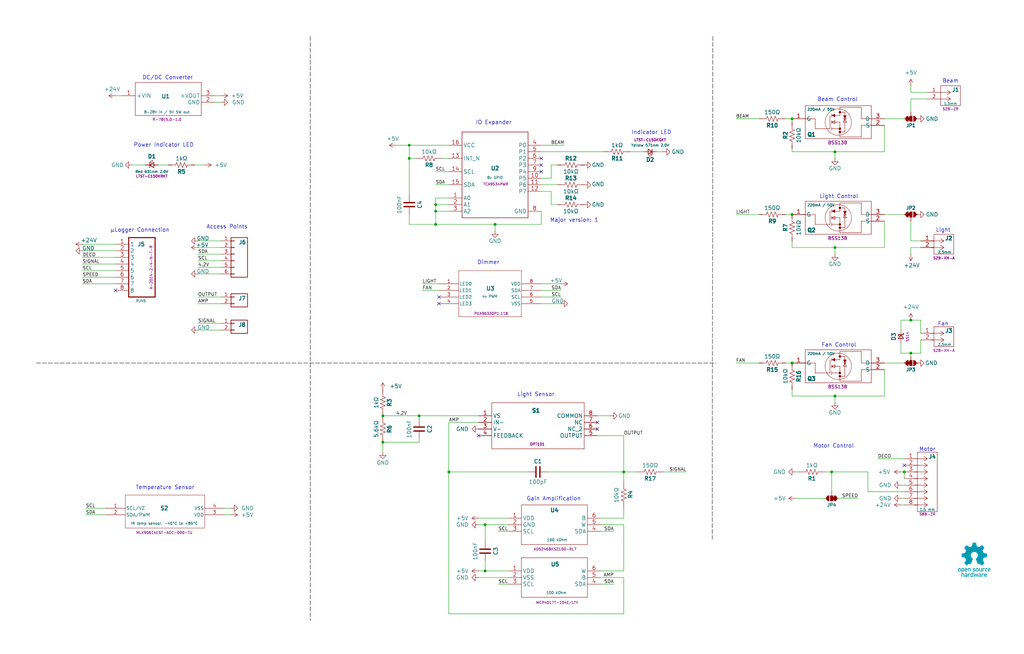
<source format=kicad_sch>
(kicad_sch (version 20250114) (generator "eeschema") (generator_version "9.0")
  (paper "User" 394.056 251.612)
  (title_block (title "${PROJ_TITLE}") (date "2025-11-22") (rev "${PROJ_REV}") (comment 1 "https://creativecommons.org/licenses/by-sa/4.0/") (comment 2 "Released under the Creative Commons Share-Alike 4.0 License") (comment 3 "Designed by ${PROJ_AUTHOR}"))
  (text "Light Sensor" (at 206.248 151.892 0) (effects (font (size 1.5 1.5))))
  (text "Fan Control" (at 322.834 132.842 0) (effects (font (size 1.5 1.5))))
  (text "Gain Amplification" (at 213.106 192.024 0) (effects (font (size 1.5 1.5))))
  (text "IO Expander" (at 189.992 47.244 0) (effects (font (size 1.5 1.5))))
  (text "Motor Control" (at 320.802 171.704 0) (effects (font (size 1.5 1.5))))
  (text "Light Control" (at 322.834 75.692 0) (effects (font (size 1.5 1.5))))
  (text "Light" (at 362.966 88.646 0) (effects (font (size 1.5 1.5))))
  (text "Access Points" (at 87.376 87.376 0) (effects (font (size 1.5 1.5))))
  (text "Dimmer" (at 187.96 101.092 0) (effects (font (size 1.5 1.5))))
  (text "Fan" (at 362.966 124.714 0) (effects (font (size 1.5 1.5))))
  (text "DC/DC Converter" (at 64.516 29.972 0) (effects (font (size 1.5 1.5))))
  (text "Beam Control" (at 322.326 38.354 0) (effects (font (size 1.5 1.5))))
  (text "Motor" (at 356.87 172.974 0) (effects (font (size 1.5 1.5))))
  (text "Temperature Sensor" (at 63.5 187.706 0) (effects (font (size 1.5 1.5))))
  (text "Indicator LED" (at 250.698 51.054 0) (effects (font (size 1.5 1.5))))
  (text "µLogger Connection" (at 53.848 88.646 0) (effects (font (size 1.5 1.5))))
  (text "Power Indicator LED" (at 62.992 55.88 0) (effects (font (size 1.5 1.5))))
  (text "Beam" (at 365.76 31.242 0) (effects (font (size 1.5 1.5))))
  (text "Major version: 1" (at 220.98 84.836 0) (effects (font (size 1.5 1.5))))
  (junction (at 347.98 181.61))
  (junction (at 172.72 181.61))
  (junction (at 350.52 135.89))
  (junction (at 321.31 95.25))
  (junction (at 161.29 160.02))
  (junction (at 167.64 81.28))
  (junction (at 157.48 55.88))
  (junction (at 320.04 181.61))
  (junction (at 147.32 170.18))
  (junction (at 157.48 60.96))
  (junction (at 186.69 201.93))
  (junction (at 190.5 86.36))
  (junction (at 240.03 181.61))
  (junction (at 186.69 219.71))
  (junction (at 321.31 58.42))
  (junction (at 304.8 139.7))
  (junction (at 304.8 45.72))
  (junction (at 304.8 82.55))
  (junction (at 321.31 152.4))
  (junction (at 167.64 86.36))
  (junction (at 167.64 78.74))
  (junction (at 147.32 160.02))
  (junction (at 350.52 123.19))
  (no_connect (at 347.98 179.07))
  (no_connect (at 44.45 111.76))
  (no_connect (at 184.15 167.64))
  (no_connect (at 168.91 116.84))
  (no_connect (at 229.87 165.1))
  (no_connect (at 208.28 66.04))
  (no_connect (at 229.87 162.56))
  (no_connect (at 168.91 114.3))
  (no_connect (at 208.28 63.5))
  (no_connect (at 208.28 60.96))
  (wire (pts (xy 44.45 109.22) (xy 31.75 109.22)) (stroke (width 0.1524)))
  (wire (pts (xy 350.52 95.25) (xy 350.52 97.79)) (stroke (width 0.1524)))
  (wire (pts (xy 208.28 68.58) (xy 212.09 68.58)))
  (wire (pts (xy 76.2 116.84) (xy 85.09 116.84)))
  (wire (pts (xy 184.15 222.25) (xy 195.58 222.25)))
  (wire (pts (xy 304.8 58.42) (xy 304.8 57.15)) (stroke (width 0.1524)))
  (wire (pts (xy 162.56 109.22) (xy 168.91 109.22)))
  (wire (pts (xy 172.72 181.61) (xy 203.2 181.61)))
  (wire (pts (xy 346.71 191.77) (xy 347.98 191.77)))
  (polyline (pts (xy 119.38 13.97) (xy 119.38 238.76)) (stroke (width 0) (type dash) (color 0 0 0 1)))
  (wire (pts (xy 231.14 201.93) (xy 240.03 201.93)))
  (wire (pts (xy 184.15 162.56) (xy 172.72 162.56)) (stroke (width 0.1524)))
  (wire (pts (xy 167.64 78.74) (xy 167.64 76.2)) (stroke (width 0.1524)))
  (wire (pts (xy 76.2 105.41) (xy 85.09 105.41)))
  (wire (pts (xy 208.28 114.3) (xy 215.9 114.3)))
  (wire (pts (xy 240.03 219.71) (xy 240.03 201.93)))
  (wire (pts (xy 304.8 58.42) (xy 321.31 58.42)) (stroke (width 0.1524)))
  (wire (pts (xy 304.8 45.72) (xy 304.8 46.99)))
  (wire (pts (xy 321.31 152.4) (xy 321.31 154.94)) (stroke (width 0.1524)))
  (wire (pts (xy 212.09 78.74) (xy 212.09 73.66)))
  (wire (pts (xy 350.52 135.89) (xy 354.33 135.89)))
  (wire (pts (xy 208.28 73.66) (xy 212.09 73.66)))
  (wire (pts (xy 292.1 82.55) (xy 283.21 82.55)) (stroke (width 0.1524)))
  (wire (pts (xy 304.8 92.71) (xy 304.8 95.25)) (stroke (width 0.1524)))
  (wire (pts (xy 190.5 88.9) (xy 190.5 86.36)) (stroke (width 0.1524)))
  (wire (pts (xy 347.98 184.15) (xy 347.98 181.61)) (stroke (width 0.1524)))
  (wire (pts (xy 208.28 86.36) (xy 208.28 81.28)) (stroke (width 0.1524)))
  (wire (pts (xy 214.63 78.74) (xy 212.09 78.74)))
  (wire (pts (xy 356.87 35.56) (xy 350.52 35.56)))
  (wire (pts (xy 321.31 95.25) (xy 321.31 97.79)) (stroke (width 0.1524)))
  (wire (pts (xy 340.36 48.26) (xy 340.36 58.42)) (stroke (width 0.1524)))
  (wire (pts (xy 184.15 219.71) (xy 186.69 219.71)))
  (wire (pts (xy 76.2 102.87) (xy 85.09 102.87)))
  (wire (pts (xy 347.98 139.7) (xy 340.36 139.7)) (stroke (width 0.1524)))
  (wire (pts (xy 210.82 181.61) (xy 240.03 181.61)))
  (wire (pts (xy 172.72 162.56) (xy 172.72 181.61)) (stroke (width 0.1524)))
  (wire (pts (xy 240.03 181.61) (xy 240.03 167.64)) (stroke (width 0.1524)))
  (wire (pts (xy 76.2 127) (xy 85.09 127)))
  (wire (pts (xy 186.69 201.93) (xy 186.69 208.28)))
  (wire (pts (xy 354.33 123.19) (xy 350.52 123.19)))
  (wire (pts (xy 170.18 60.96) (xy 172.72 60.96)) (stroke (width 0.1524)))
  (wire (pts (xy 302.26 82.55) (xy 304.8 82.55)))
  (wire (pts (xy 350.52 92.71) (xy 350.52 85.09)) (stroke (width 0.1524)))
  (wire (pts (xy 292.1 139.7) (xy 283.21 139.7)) (stroke (width 0.1524)))
  (polyline (pts (xy 193.04 139.7) (xy 275.59 139.7)) (stroke (width 0) (type dash) (color 0 0 0 1)))
  (wire (pts (xy 302.26 139.7) (xy 304.8 139.7)))
  (wire (pts (xy 85.09 36.83) (xy 82.55 36.83)) (stroke (width 0.1524)))
  (wire (pts (xy 321.31 95.25) (xy 340.36 95.25)) (stroke (width 0.1524)))
  (wire (pts (xy 347.98 82.55) (xy 340.36 82.55)) (stroke (width 0.1524)))
  (wire (pts (xy 82.55 39.37) (xy 85.09 39.37)) (stroke (width 0.1524)))
  (wire (pts (xy 347.98 45.72) (xy 340.36 45.72)) (stroke (width 0.1524)))
  (wire (pts (xy 217.17 55.88) (xy 208.28 55.88)))
  (wire (pts (xy 44.45 106.68) (xy 31.75 106.68)) (stroke (width 0.1524)))
  (wire (pts (xy 321.31 58.42) (xy 321.31 60.96)) (stroke (width 0.1524)))
  (wire (pts (xy 157.48 86.36) (xy 157.48 82.55)) (stroke (width 0.1524)))
  (wire (pts (xy 255.27 181.61) (xy 264.16 181.61)))
  (wire (pts (xy 184.15 201.93) (xy 186.69 201.93)))
  (wire (pts (xy 231.14 204.47) (xy 236.22 204.47)))
  (wire (pts (xy 347.98 176.53) (xy 337.82 176.53)) (stroke (width 0.1524)))
  (wire (pts (xy 161.29 161.29) (xy 161.29 160.02)))
  (wire (pts (xy 347.98 189.23) (xy 334.01 189.23)))
  (wire (pts (xy 40.64 195.58) (xy 33.02 195.58)) (stroke (width 0.1524)))
  (wire (pts (xy 157.48 55.88) (xy 172.72 55.88)) (stroke (width 0.1524)))
  (wire (pts (xy 44.45 104.14) (xy 31.75 104.14)) (stroke (width 0.1524)))
  (wire (pts (xy 240.03 236.22) (xy 240.03 222.25)) (stroke (width 0.1524)))
  (wire (pts (xy 44.45 93.98) (xy 31.75 93.98)) (stroke (width 0.1524)))
  (wire (pts (xy 240.03 195.58) (xy 240.03 199.39)))
  (wire (pts (xy 350.52 35.56) (xy 350.52 33.02)))
  (wire (pts (xy 346.71 181.61) (xy 347.98 181.61)) (stroke (width 0.1524)))
  (wire (pts (xy 302.26 45.72) (xy 304.8 45.72)))
  (wire (pts (xy 340.36 152.4) (xy 340.36 142.24)) (stroke (width 0.1524)))
  (wire (pts (xy 76.2 97.79) (xy 85.09 97.79)))
  (wire (pts (xy 306.07 191.77) (xy 317.5 191.77)))
  (wire (pts (xy 191.77 224.79) (xy 195.58 224.79)))
  (wire (pts (xy 306.07 181.61) (xy 307.34 181.61)) (stroke (width 0.1524)))
  (wire (pts (xy 208.28 71.12) (xy 214.63 71.12)))
  (wire (pts (xy 320.04 181.61) (xy 317.5 181.61)) (stroke (width 0.1524)))
  (wire (pts (xy 172.72 66.04) (xy 167.64 66.04)) (stroke (width 0.1524)))
  (wire (pts (xy 147.32 160.02) (xy 161.29 160.02)) (stroke (width 0.1524)))
  (wire (pts (xy 350.52 92.71) (xy 354.33 92.71)) (stroke (width 0.1524)))
  (wire (pts (xy 44.45 99.06) (xy 31.75 99.06)) (stroke (width 0.1524)))
  (wire (pts (xy 350.52 38.1) (xy 350.52 43.18)))
  (wire (pts (xy 320.04 181.61) (xy 320.04 189.23)))
  (wire (pts (xy 157.48 60.96) (xy 157.48 74.93)))
  (wire (pts (xy 346.71 127) (xy 346.71 123.19)))
  (wire (pts (xy 172.72 236.22) (xy 240.03 236.22)) (stroke (width 0.1524)))
  (wire (pts (xy 161.29 170.18) (xy 161.29 168.91)) (stroke (width 0.1524)))
  (wire (pts (xy 86.36 198.12) (xy 88.9 198.12)) (stroke (width 0.1524)))
  (wire (pts (xy 167.64 81.28) (xy 167.64 78.74)) (stroke (width 0.1524)))
  (wire (pts (xy 231.14 199.39) (xy 240.03 199.39)))
  (wire (pts (xy 340.36 95.25) (xy 340.36 85.09)) (stroke (width 0.1524)))
  (wire (pts (xy 186.69 215.9) (xy 186.69 219.71)))
  (wire (pts (xy 215.9 109.22) (xy 208.28 109.22)))
  (wire (pts (xy 172.72 78.74) (xy 167.64 78.74)) (stroke (width 0.1524)))
  (wire (pts (xy 231.14 219.71) (xy 240.03 219.71)))
  (wire (pts (xy 186.69 219.71) (xy 195.58 219.71)))
  (wire (pts (xy 184.15 199.39) (xy 195.58 199.39)))
  (wire (pts (xy 44.45 96.52) (xy 31.75 96.52)) (stroke (width 0.1524)))
  (wire (pts (xy 76.2 124.46) (xy 85.09 124.46)))
  (wire (pts (xy 231.14 222.25) (xy 236.22 222.25)))
  (wire (pts (xy 215.9 116.84) (xy 208.28 116.84)))
  (wire (pts (xy 346.71 194.31) (xy 347.98 194.31)))
  (wire (pts (xy 350.52 137.16) (xy 350.52 135.89)))
  (wire (pts (xy 321.31 152.4) (xy 340.36 152.4)) (stroke (width 0.1524)))
  (wire (pts (xy 167.64 86.36) (xy 167.64 81.28)) (stroke (width 0.1524)))
  (wire (pts (xy 60.96 63.5) (xy 64.77 63.5)))
  (wire (pts (xy 190.5 86.36) (xy 208.28 86.36)) (stroke (width 0.1524)))
  (wire (pts (xy 147.32 170.18) (xy 147.32 173.99)))
  (wire (pts (xy 86.36 195.58) (xy 88.9 195.58)) (stroke (width 0.1524)))
  (wire (pts (xy 255.27 58.42) (xy 252.73 58.42)))
  (wire (pts (xy 304.8 152.4) (xy 321.31 152.4)) (stroke (width 0.1524)))
  (wire (pts (xy 212.09 63.5) (xy 214.63 63.5)))
  (wire (pts (xy 322.58 191.77) (xy 330.2 191.77)))
  (wire (pts (xy 354.33 128.27) (xy 354.33 123.19)))
  (wire (pts (xy 40.64 198.12) (xy 33.02 198.12)) (stroke (width 0.1524)))
  (wire (pts (xy 172.72 71.12) (xy 167.64 71.12)) (stroke (width 0.1524)))
  (wire (pts (xy 167.64 76.2) (xy 172.72 76.2)) (stroke (width 0.1524)))
  (polyline (pts (xy 13.97 139.7) (xy 193.04 139.7)) (stroke (width 0) (type dash) (color 0 0 0 1)))
  (wire (pts (xy 160.02 60.96) (xy 157.48 60.96)) (stroke (width 0.1524)))
  (wire (pts (xy 55.88 63.5) (xy 50.8 63.5)) (stroke (width 0.1524)))
  (wire (pts (xy 232.41 58.42) (xy 208.28 58.42)))
  (wire (pts (xy 240.03 181.61) (xy 245.11 181.61)))
  (wire (pts (xy 242.57 58.42) (xy 247.65 58.42)))
  (wire (pts (xy 346.71 186.69) (xy 347.98 186.69)))
  (wire (pts (xy 172.72 81.28) (xy 167.64 81.28)) (stroke (width 0.1524)))
  (wire (pts (xy 172.72 181.61) (xy 172.72 236.22)) (stroke (width 0.1524)))
  (wire (pts (xy 350.52 95.25) (xy 354.33 95.25)) (stroke (width 0.1524)))
  (wire (pts (xy 320.04 181.61) (xy 334.01 181.61)))
  (wire (pts (xy 208.28 111.76) (xy 215.9 111.76)))
  (wire (pts (xy 76.2 114.3) (xy 85.09 114.3)))
  (wire (pts (xy 190.5 86.36) (xy 167.64 86.36)) (stroke (width 0.1524)))
  (wire (pts (xy 334.01 189.23) (xy 334.01 181.61)))
  (wire (pts (xy 76.2 92.71) (xy 85.09 92.71)))
  (wire (pts (xy 74.93 63.5) (xy 78.74 63.5)) (stroke (width 0.1524)))
  (wire (pts (xy 321.31 58.42) (xy 340.36 58.42)) (stroke (width 0.1524)))
  (wire (pts (xy 157.48 55.88) (xy 157.48 60.96)) (stroke (width 0.1524)))
  (wire (pts (xy 354.33 135.89) (xy 354.33 130.81)))
  (wire (pts (xy 346.71 123.19) (xy 350.52 123.19)))
  (wire (pts (xy 292.1 45.72) (xy 283.21 45.72)) (stroke (width 0.1524)))
  (wire (pts (xy 229.87 160.02) (xy 234.95 160.02)) (stroke (width 0.1524)))
  (polyline (pts (xy 274.32 13.97) (xy 274.077 207.4913)) (stroke (width 0) (type dash) (color 0 0 0 1)))
  (wire (pts (xy 167.64 86.36) (xy 157.48 86.36)) (stroke (width 0.1524)))
  (wire (pts (xy 157.48 55.88) (xy 152.4 55.88)) (stroke (width 0.1524)))
  (wire (pts (xy 44.45 36.83) (xy 46.99 36.83)) (stroke (width 0.1524)))
  (wire (pts (xy 231.14 224.79) (xy 236.22 224.79)))
  (wire (pts (xy 304.8 149.86) (xy 304.8 152.4)) (stroke (width 0.1524)))
  (wire (pts (xy 191.77 204.47) (xy 195.58 204.47)))
  (wire (pts (xy 162.56 111.76) (xy 168.91 111.76)))
  (wire (pts (xy 76.2 100.33) (xy 85.09 100.33)))
  (wire (pts (xy 44.45 101.6) (xy 31.75 101.6)) (stroke (width 0.1524)))
  (wire (pts (xy 346.71 132.08) (xy 346.71 135.89)))
  (wire (pts (xy 147.32 170.18) (xy 161.29 170.18)))
  (wire (pts (xy 346.71 135.89) (xy 350.52 135.89)))
  (wire (pts (xy 212.09 68.58) (xy 212.09 63.5)))
  (wire (pts (xy 186.69 201.93) (xy 195.58 201.93)))
  (wire (pts (xy 229.87 167.64) (xy 240.03 167.64)))
  (wire (pts (xy 76.2 95.25) (xy 85.09 95.25)))
  (wire (pts (xy 350.52 38.1) (xy 356.87 38.1)))
  (wire (pts (xy 304.8 95.25) (xy 321.31 95.25)) (stroke (width 0.1524)))
  (wire (pts (xy 161.29 160.02) (xy 184.15 160.02)) (stroke (width 0.1524)))
  (wire (pts (xy 236.22 222.25) (xy 240.03 222.25)) (stroke (width 0.1524)))
  (wire (pts (xy 240.03 185.42) (xy 240.03 181.61)) (stroke (width 0.1524)))
  (image (at 374.9462 215.4224) (scale 0.05))
  (label "SDA" (at 236.22 224.79 180))
  (label "LIGHT" (at 283.21 82.55 0) (effects (font (size 1.2446 1.2446))))
  (label "BEAM" (at 217.17 55.88 180))
  (label "FAN" (at 162.56 111.76 0))
  (label "SIGNAL" (at 76.2 124.46 0))
  (label "SDA" (at 76.2 97.79 0))
  (label "OUTPUT" (at 76.2 114.3 0))
  (label "SPEED" (at 330.2 191.77 180))
  (label "LIGHT" (at 162.56 109.22 0))
  (label "DECO" (at 31.75 99.06 0) (effects (font (size 1.2446 1.2446))))
  (label "FAN" (at 283.21 139.7 0) (effects (font (size 1.2446 1.2446))))
  (label "SIGNAL" (at 31.75 101.6 0) (effects (font (size 1.2446 1.2446))))
  (label "SDA" (at 31.75 109.22 0) (effects (font (size 1.2446 1.2446))))
  (label "4.2V" (at 76.2 102.87 0))
  (label "SCL" (at 191.77 224.79 0))
  (label "AMP" (at 236.22 222.25 180))
  (label "BEAM" (at 283.21 45.72 0) (effects (font (size 1.2446 1.2446))))
  (label "SIGNAL" (at 264.16 181.61 180) (effects (font (size 1.2446 1.2446))))
  (label "DECO" (at 337.82 176.53 0) (effects (font (size 1.2446 1.2446))))
  (label "AMP" (at 76.2 116.84 0))
  (label "SCL" (at 76.2 100.33 0))
  (label "SCL" (at 167.64 66.04 0) (effects (font (size 1.2446 1.2446))))
  (label "SDA" (at 167.64 71.12 0) (effects (font (size 1.2446 1.2446))))
  (label "SCL" (at 33.02 195.58 0) (effects (font (size 1.2446 1.2446))))
  (label "SCL" (at 215.9 114.3 180))
  (label "SCL" (at 31.75 104.14 0) (effects (font (size 1.2446 1.2446))))
  (label "SDA" (at 236.22 204.47 180))
  (label "OUTPUT" (at 240.03 167.64 0))
  (label "SDA" (at 33.02 198.12 0) (effects (font (size 1.2446 1.2446))))
  (label "AMP" (at 172.72 162.56 0) (effects (font (size 1.2446 1.2446))))
  (label "4.2V" (at 152.4 160.02 0) (effects (font (size 1.2446 1.2446))))
  (label "SDA" (at 215.9 111.76 180))
  (label "SPEED" (at 31.75 106.68 0) (effects (font (size 1.2446 1.2446))))
  (label "SCL" (at 191.77 204.47 0))
  (symbol (lib_id "symbols:GND") (at 346.71 186.69 270) (unit 1)
    (property "Reference" "#PWR24" (effects (hide yes)))
    (property "Value" "GND" (at 340.614 186.69 90) (effects (font (size 1.5 1.5))))
    (property "Description" "Power symbol creates a global label with name \"GND\" , ground" (effects (hide yes)))
  )
  (symbol (lib_id "symbols:GND") (at 147.32 173.99 0) (unit 1)
    (property "Reference" "#PWR10" (effects (hide yes)))
    (property "Value" "GND" (at 147.32 178.054 0) (effects (font (size 1.5 1.5))))
    (property "Description" "Power symbol creates a global label with name \"GND\" , ground" (effects (hide yes)))
  )
  (symbol (lib_id "symbols:R_US_0603") (at 297.18 82.55 0) (unit 1)
    (property "Reference" "R9" (at 297.18 85.09 0) (effects (font (size 1.5 1.5) (thickness 0.3) (bold yes))))
    (property "Value" "150Ω" (at 297.18 80.01 0) (effects (font (size 1.5 1.5))))
    (property "Footprint" "footprints:R_0603" (effects (hide yes)))
    (property "Description" "Resistor, US symbol" (effects (hide yes)))
  )
  (symbol (lib_id "symbols:+5V") (at 76.2 95.25 90) (unit 1)
    (property "Reference" "#PWR042" (effects (hide yes)))
    (property "Value" "+5V" (at 80.264 94.234 90) (effects (font (size 1.5 1.5)) (justify left)))
    (property "Description" "Power symbol creates a global label with name \"+5V\"" (effects (hide yes)))
  )
  (symbol (lib_id "symbols:C_0603") (at 207.01 181.61 180) (unit 1)
    (property "Reference" "C1" (at 207.01 177.546 0) (effects (font (size 1.5 1.5) (thickness 0.254) (bold yes))))
    (property "Value" "100pF" (at 207.01 185.42 0) (effects (font (size 1.5 1.5))))
    (property "Footprint" "footprints:C_0603" (effects (hide yes)))
    (property "Description" "Unpolarized capacitor" (effects (hide yes)))
    (property "JLCPCB" "C14858" (effects (hide yes)))
    (property "JLCPCBURL" "https://jlcpcb.com/partdetail/15530-CL10C101JB8NNNC/C14858" (effects (hide yes)))
  )
  (symbol (lib_id "symbols:+24V") (at 31.75 93.98 90) (unit 1)
    (property "Reference" "#PWR02" (effects (hide yes)))
    (property "Value" "+24V" (at 37.338 92.456 90) (effects (font (size 1.5 1.5)) (justify left)))
    (property "Description" "Power symbol creates a global label with name \"+24V\"" (effects (hide yes)))
  )
  (symbol (lib_id "symbols:R_US_0603") (at 304.8 87.63 270) (unit 1)
    (property "Reference" "R7" (at 302.26 87.63 0) (effects (font (size 1.5 1.5) (thickness 0.3) (bold yes))))
    (property "Value" "10kΩ" (at 307.34 87.63 0) (effects (font (size 1.5 1.5))))
    (property "Footprint" "footprints:R_0603" (effects (hide yes)))
    (property "Description" "Resistor, US symbol" (effects (hide yes)))
  )
  (symbol (lib_id "symbols:GND") (at 353.06 139.7 90) (unit 1)
    (property "Reference" "#PWR41" (effects (hide yes)))
    (property "Value" "GND" (at 358.394 139.7 90) (effects (font (size 1.5 1.5))))
    (property "Description" "Power symbol creates a global label with name \"GND\" , ground" (effects (hide yes)))
  )
  (symbol (lib_id "symbols:R_US_0603") (at 312.42 181.61 0) (unit 1)
    (property "Reference" "R1" (at 312.42 184.15 0) (effects (font (size 1.5 1.5) (thickness 0.3) (bold yes))))
    (property "Value" "1kΩ" (at 312.42 179.07 0) (effects (font (size 1.5 1.5))))
    (property "Footprint" "footprints:R_0603" (effects (hide yes)))
    (property "Description" "Resistor, US symbol" (effects (hide yes)))
  )
  (symbol (lib_id "symbols:GND") (at 353.06 82.55 90) (unit 1)
    (property "Reference" "#PWR19" (effects (hide yes)))
    (property "Value" "GND" (at 358.648 82.55 90) (effects (font (size 1.5 1.5))))
    (property "Description" "Power symbol creates a global label with name \"GND\" , ground" (effects (hide yes)))
  )
  (symbol (lib_id "symbols:JSX XH 2POS RA") (at 354.33 92.71 0) (unit 1)
    (property "Reference" "J2" (at 366.776 91.694 0) (effects (font (size 1.5 1.5) (thickness 0.3541) (bold yes)) (justify right)))
    (property "Value" "2.5mm" (at 363.474 97.028 0) (effects (font (size 1 1))))
    (property "Footprint" "footprints:JST_XH_2POS_RA" (effects (hide yes)))
    (property "Datasheet" "https://www.jst-mfg.com/product/pdf/eng/eXH.pdf" (effects (hide yes)))
    (property "Description" "Connector Header Through Hole, Right Angle 2 position 0.098\" (2.50mm)" (effects (hide yes)))
    (property "MPN" "S2B-XH-A" (at 363.22 99.314 0) (effects (font (size 1 1))))
    (property "DigiKey" "455-S2B-XH-A-ND" (effects (hide yes)))
    (property "DigiKeyURL" "https://www.digikey.com/en/products/detail/jst-sales-america-inc/S2B-XH-A/1651055" (effects (hide yes)))
  )
  (symbol (lib_id "symbols:GND") (at 88.9 195.58 90) (unit 1)
    (property "Reference" "#PWR4" (effects (hide yes)))
    (property "Value" "GND" (at 95.25 195.58 90) (effects (font (size 1.5 1.5))))
    (property "Description" "Power symbol creates a global label with name \"GND\" , ground" (effects (hide yes)))
  )
  (symbol (lib_id "symbols:GND") (at 321.31 60.96 0) (unit 1)
    (property "Reference" "#PWR20" (effects (hide yes)))
    (property "Value" "GND" (at 321.31 64.77 0) (effects (font (size 1.5 1.5))))
    (property "Description" "Power symbol creates a global label with name \"GND\" , ground" (effects (hide yes)))
  )
  (symbol (lib_id "symbols:JSX XH 2POS RA") (at 354.33 128.27 0) (unit 1)
    (property "Reference" "J3" (at 366.776 127.254 0) (effects (font (size 1.5 1.5) (thickness 0.3541) (bold yes)) (justify right)))
    (property "Value" "2.5mm" (at 363.474 132.588 0) (effects (font (size 1 1))))
    (property "Footprint" "footprints:JST_XH_2POS_RA" (effects (hide yes)))
    (property "Datasheet" "https://www.jst-mfg.com/product/pdf/eng/eXH.pdf" (effects (hide yes)))
    (property "Description" "Connector Header Through Hole, Right Angle 2 position 0.098\" (2.50mm)" (effects (hide yes)))
    (property "MPN" "S2B-XH-A" (at 363.22 134.874 0) (effects (font (size 1 1))))
    (property "DigiKey" "455-S2B-XH-A-ND" (effects (hide yes)))
    (property "DigiKeyURL" "https://www.digikey.com/en/products/detail/jst-sales-america-inc/S2B-XH-A/1651055" (effects (hide yes)))
  )
  (symbol (lib_id "symbols:+5V") (at 78.74 63.5 270) (unit 1)
    (property "Reference" "#PWR08" (effects (hide yes)))
    (property "Value" "+5V" (at 82.55 63.5 90) (effects (font (size 1.5 1.5)) (justify left)))
    (property "Description" "Power symbol creates a global label with name \"+5V\"" (effects (hide yes)))
  )
  (symbol (lib_id "symbols:PINHD-1X2") (at 90.17 119.38 0) (unit 1)
    (property "Reference" "J7" (at 94.742 114.808 0) (effects (font (size 1.5 1.5) (thickness 0.3) (bold yes)) (justify right)))
    (property "Value" "Conn_01x02" (effects (hide yes)))
    (property "Footprint" "footprints:PIN_HEADERS_1X02" (effects (hide yes)))
    (property "Description" "Basic 0.1\" PTH" (effects (hide yes)))
  )
  (symbol (lib_id "symbols:+5V") (at 306.07 191.77 90) (unit 1)
    (property "Reference" "#PWR015" (effects (hide yes)))
    (property "Value" "+5V" (at 299.974 191.77 90) (effects (font (size 1.5 1.5))))
    (property "Description" "Power symbol creates a global label with name \"+5V\"" (effects (hide yes)))
  )
  (symbol (lib_id "symbols:PINHD-1X2") (at 90.17 129.54 0) (unit 1)
    (property "Reference" "J8" (at 94.742 124.968 0) (effects (font (size 1.5 1.5) (thickness 0.3) (bold yes)) (justify right)))
    (property "Value" "Conn_01x02" (effects (hide yes)))
    (property "Footprint" "footprints:PIN_HEADERS_1X02" (effects (hide yes)))
    (property "Description" "Basic 0.1\" PTH" (effects (hide yes)))
  )
  (symbol (lib_id "symbols:+5V") (at 152.4 55.88 90) (unit 1)
    (property "Reference" "#PWR026" (effects (hide yes)))
    (property "Value" "+5V" (at 151.13 53.34 90) (effects (font (size 1.5 1.5))))
    (property "Description" "Power symbol creates a global label with name \"+5V\"" (effects (hide yes)))
  )
  (symbol (lib_id "symbols:R_US_0603") (at 240.03 190.5 90) (unit 1)
    (property "Reference" "R4" (at 242.57 190.246 0) (effects (font (size 1.5 1.5) (thickness 0.3) (bold yes))))
    (property "Value" "10kΩ" (at 237.236 190.5 0) (effects (font (size 1.5 1.5))))
    (property "Footprint" "footprints:R_1206" (effects (hide yes)))
    (property "Description" "Resistor, US symbol" (effects (hide yes)))
    (property "JLCPCB" "C17902" (effects (hide yes)))
    (property "JLCPCBURL" "https://jlcpcb.com/partdetail/18590-1206W4F1002T5E/C17902" (effects (hide yes)))
  )
  (symbol (lib_id "symbols:R_US_0603") (at 297.18 45.72 0) (unit 1)
    (property "Reference" "R10" (at 297.18 48.26 0) (effects (font (size 1.5 1.5) (thickness 0.3) (bold yes))))
    (property "Value" "150Ω" (at 297.18 43.18 0) (effects (font (size 1.5 1.5))))
    (property "Footprint" "footprints:R_0603" (effects (hide yes)))
    (property "Description" "Resistor, US symbol" (effects (hide yes)))
    (property "JLCPCB" "C400650" (effects (hide yes)))
    (property "JLCPCBURL" "https://jlcpcb.com/partdetail/PANASONIC-ERJ3EKF1500V/C400650" (effects (hide yes)))
  )
  (symbol (lib_id "symbols:C_0603") (at 157.48 78.74 90) (unit 1)
    (property "Reference" "C4" (at 161.544 78.74 0) (effects (font (size 1.5 1.5) (thickness 0.254) (bold yes))))
    (property "Value" "100nF" (at 153.67 78.74 0) (effects (font (size 1.5 1.5))))
    (property "Footprint" "footprints:C_0603" (effects (hide yes)))
    (property "Description" "Unpolarized capacitor" (effects (hide yes)))
    (property "JLCPCB" "C1591" (effects (hide yes)))
    (property "JLCPCBURL" "https://jlcpcb.com/partdetail/1943-CL10B104KB8NNNC/C1591" (effects (hide yes)))
  )
  (symbol (lib_id "symbols:GND") (at 346.71 191.77 270) (unit 1)
    (property "Reference" "#PWR23" (effects (hide yes)))
    (property "Value" "GND" (at 340.614 191.77 90) (effects (font (size 1.5 1.5))))
    (property "Description" "Power symbol creates a global label with name \"GND\" , ground" (effects (hide yes)))
  )
  (symbol (lib_id "symbols:GND") (at 184.15 165.1 270) (unit 1)
    (property "Reference" "#PWR044" (effects (hide yes)))
    (property "Value" "GND" (at 180.34 165.1 90) (effects (font (size 1.5 1.5)) (justify right)))
    (property "Description" "Power symbol creates a global label with name \"GND\" , ground" (effects (hide yes)))
  )
  (symbol (lib_id "symbols:+24V") (at 44.45 36.83 90) (unit 1)
    (property "Reference" "#PWR07" (effects (hide yes)))
    (property "Value" "+24V" (at 43.18 34.29 90) (effects (font (size 1.5 1.5))))
    (property "Description" "Power symbol creates a global label with name \"+24V\"" (effects (hide yes)))
  )
  (symbol (lib_id "symbols:RJ45_A-2014-2-4-N-T-R") (at 54.61 104.14 0) (unit 1)
    (property "Reference" "J5" (at 54.356 93.98 0) (effects (font (size 1.5 1.5) (thickness 0.3) (bold yes))))
    (property "Value" "RJ45" (at 52.324 116.332 0) (effects (font (size 1 1)) (justify left bottom)))
    (property "Footprint" "footprints:RJ45_A-2014-2-4-N-T-R" (effects (hide yes)))
    (property "Datasheet" "http://www.assmann-wsw.com/uploads/datasheets/ASS_7329_CO.pdf" (effects (hide yes)))
    (property "Description" "Jack Modular Connector 8p8c (RJ45, Ethernet) Vertical Unshielded" (effects (hide yes)))
    (property "MPN" "A-2014-2-4-N-T-R" (at 58.166 102.87 90) (effects (font (size 1 1))))
    (property "DigiKey" "AE10396-ND" (effects (hide yes)))
    (property "DigiKeyURL" "https://www.digikey.com/en/products/detail/assmann-wsw-components/A-2014-2-4-N-T-R/2183647" (effects (hide yes)))
  )
  (symbol (lib_id "symbols:+5V") (at 88.9 198.12 270) (unit 1)
    (property "Reference" "#PWR05" (effects (hide yes)))
    (property "Value" "+5V" (at 92.71 198.12 90) (effects (font (size 1.5 1.5)) (justify left)))
    (property "Description" "Power symbol creates a global label with name \"+5V\"" (effects (hide yes)))
  )
  (symbol (lib_id "symbols:JST ZH 2POS RA") (at 356.87 35.56 0) (unit 1)
    (property "Reference" "J1" (at 369.316 34.544 0) (effects (font (size 1.5 1.5) (thickness 0.3048) (bold yes)) (justify right)))
    (property "Value" "1.5mm" (at 365.76 39.878 0) (effects (font (size 1 1))))
    (property "Footprint" "footprints:JST_ZH_2POS_RA" (effects (hide yes)))
    (property "Datasheet" "https://www.jst-mfg.com/product/pdf/eng/eZH.pdf" (effects (hide yes)))
    (property "Description" "Connector Header Through Hole, Right Angle 2 position 0.059\" (1.50mm)" (effects (hide yes)))
    (property "DigiKey" "455-1669-ND" (effects (hide yes)))
    (property "DigiKeyURL" "https://www.digikey.com/en/products/detail/jst-sales-america-inc/S2B-ZR/926576" (effects (hide yes)))
    (property "MPN" "S2B-ZR" (at 365.76 41.91 0) (effects (font (size 1 1))))
  )
  (symbol (lib_id "symbols:GND") (at 234.95 160.02 90) (unit 1)
    (property "Reference" "#PWR6" (effects (hide yes)))
    (property "Value" "GND" (at 240.284 160.02 90) (effects (font (size 1.5 1.5))))
    (property "Description" "Power symbol creates a global label with name \"GND\" , ground" (effects (hide yes)))
  )
  (symbol (lib_id "symbols:R_US_0603") (at 165.1 60.96 0) (unit 1)
    (property "Reference" "R8" (at 165.1 63.5 0) (effects (font (size 1.5 1.5) (thickness 0.3) (bold yes))))
    (property "Value" "10kΩ" (at 165.1 58.42 0) (effects (font (size 1.5 1.5))))
    (property "Footprint" "footprints:R_0603" (effects (hide yes)))
    (property "Description" "Resistor, US symbol" (effects (hide yes)))
    (property "JLCPCB" "C191124" (effects (hide yes)))
    (property "JLCPCBURL" "https://jlcpcb.com/partdetail/PANASONIC-ERJ3EKF1002V/C191124?_t=1765754579496" (effects (hide yes)))
  )
  (symbol (lib_id "symbols:+24V") (at 350.52 97.79 180) (unit 1)
    (property "Reference" "#PWR038" (effects (hide yes)))
    (property "Value" "+24V" (at 347.726 102.108 0) (effects (font (size 1.5 1.5)) (justify right)))
    (property "Description" "Power symbol creates a global label with name \"+24V\"" (effects (hide yes)))
  )
  (symbol (lib_id "symbols:DigiPot_AD5246BKSZ100") (at 193.04 199.39 0) (unit 1)
    (property "Reference" "U4" (at 213.36 196.342 0) (effects (font (size 1.5 1.5) (thickness 0.3541) (bold yes))))
    (property "Value" "100 kOhm" (at 214.376 207.772 0) (effects (font (size 1 1))))
    (property "Footprint" "footprints:SOT-363_TSSOP6_SC88" (effects (hide yes)))
    (property "Datasheet" "https://www.analog.com/media/en/technical-documentation/data-sheets/AD5246.pdf" (effects (hide yes)))
    (property "Description" "Digital Potentiometer 100k Ohm 1 Circuit 128 Taps I2C Interface SC-70-6" (effects (hide yes)))
    (property "MPN" "AD5246BKSZ100-RL7" (at 213.614 211.328 0) (effects (font (size 1 1))))
    (property "DigiKey" "505-AD5246BKSZ100-RL7CT-ND" (effects (hide yes)))
    (property "DigiKeyURL" "https://www.digikey.com/en/products/detail/analog-devices-inc/AD5246BKSZ100-RL7/750896" (effects (hide yes)))
    (property "JLCPCB" "C649406" (effects (hide yes)))
    (property "JLCPCBURL" "https://jlcpcb.com/partdetail/AnalogDevices-AD5246BKSZ100RL7/C649406" (effects (hide yes)))
  )
  (symbol (lib_id "symbols:Q_NMOS_220mA_50V") (at 302.26 45.72 0) (unit 1)
    (property "Reference" "Q1" (at 310.388 52.832 0) (effects (font (size 1.5 1.5) (thickness 0.3541) (bold yes)) (justify left bottom)))
    (property "Value" "220mA / 50V" (at 310.642 42.672 0) (effects (font (size 1 1)) (justify left bottom)))
    (property "Footprint" "footprints:SOT-23-3" (effects (hide yes)))
    (property "Datasheet" "https://www.onsemi.jp/pdf/datasheet/bss138-d.pdf" (effects (hide yes)))
    (property "Description" "N-Channel 50 V 2200mA 350mW (Ta) Surface Mount SOT-23-3" (effects (hide yes)))
    (property "MPN" "BSS138" (at 322.326 54.864 0))
    (property "DigiKey" "BSS138CT-ND" (effects (hide yes)))
    (property "DigiKeyURL" "https://www.digikey.com/en/products/detail/onsemi/BSS138/244210" (effects (hide yes)))
    (property "JLCPCB" "C52895" (effects (hide yes)))
    (property "JLCPCBURL" "https://jlcpcb.com/partdetail/onsemi-BSS138/C52895" (effects (hide yes)))
  )
  (symbol (lib_id "symbols:GND") (at 224.79 63.5 90) (unit 1)
    (property "Reference" "#PWR34" (effects (hide yes)))
    (property "Value" "GND" (at 230.124 63.5 90) (effects (font (size 1.5 1.5))))
    (property "Description" "Power symbol creates a global label with name \"GND\" , ground" (effects (hide yes)))
  )
  (symbol (lib_id "symbols:+5V") (at 147.32 149.86 0) (unit 1)
    (property "Reference" "#PWR01" (effects (hide yes)))
    (property "Value" "+5V" (at 149.86 148.59 0) (effects (font (size 1.5 1.5)) (justify left)))
    (property "Description" "Power symbol creates a global label with name \"+5V\"" (effects (hide yes)))
  )
  (symbol (lib_id "symbols:LED_Red_1206") (at 58.42 63.5 0) (unit 1)
    (property "Reference" "D1" (at 58.42 60.198 0) (effects (font (size 1.5 1.5) (thickness 0.3) (bold yes))))
    (property "Value" "Red 631nm 2.0V" (at 58.42 66.04 0) (effects (font (size 1 1))))
    (property "Footprint" "footprints:LED_1206" (effects (hide yes)))
    (property "Datasheet" "https://optoelectronics.liteon.com/upload/download/DS-22-99-0149/LTST-C150KRKT.pdf" (effects (hide yes)))
    (property "Description" "Red 631nm LED Indication - Discrete 2V 1206 (3216 Metric)" (effects (hide yes)))
    (property "MPN" "LTST-C150KRKT" (at 58.42 67.818 0) (effects (font (size 1 1))))
    (property "DigiKey" "160-1405-1-ND" (effects (hide yes)))
    (property "DigiKeyURL" "https://www.digikey.com/en/products/detail/liteon/LTST-C150KRKT/386761" (effects (hide yes)))
    (property "JLCPCB" "C125086" (effects (hide yes)))
    (property "JLCPCBURL" "https://jlcpcb.com/partdetail/LiteOn-LTSTC150KRKT/C125086" (effects (hide yes)))
  )
  (symbol (lib_id "symbols:R_US_0603") (at 147.32 165.1 90) (unit 1)
    (property "Reference" "R6" (at 149.86 165.1 0) (effects (font (size 1.5 1.5) (thickness 0.3) (bold yes))))
    (property "Value" "5.6kΩ" (at 144.78 165.1 0) (effects (font (size 1.5 1.5))))
    (property "Footprint" "footprints:R_0603" (effects (hide yes)))
    (property "Description" "Resistor, US symbol" (effects (hide yes)))
    (property "JLCPCB" "C403276" (effects (hide yes)))
    (property "JLCPCBURL" "https://jlcpcb.com/partdetail/PANASONIC-ERJ3EKF5601V/C403276" (effects (hide yes)))
  )
  (symbol (lib_id "symbols:R_US_0603") (at 250.19 181.61 0) (unit 1)
    (property "Reference" "R17" (at 250.19 184.15 0) (effects (font (size 1.5 1.5) (thickness 0.3) (bold yes))))
    (property "Value" "150Ω" (at 250.19 179.07 0) (effects (font (size 1.5 1.5))))
    (property "Footprint" "footprints:R_0603" (effects (hide yes)))
    (property "Description" "Resistor, US symbol" (effects (hide yes)))
  )
  (symbol (lib_id "symbols:GND") (at 190.5 88.9 0) (unit 1)
    (property "Reference" "#PWR27" (effects (hide yes)))
    (property "Value" "GND" (at 190.5 92.71 0) (effects (font (size 1.5 1.5))))
    (property "Description" "Power symbol creates a global label with name \"GND\" , ground" (effects (hide yes)))
  )
  (symbol (lib_id "symbols:GND") (at 321.31 154.94 0) (unit 1)
    (property "Reference" "#PWR39" (effects (hide yes)))
    (property "Value" "GND" (at 321.31 158.75 0) (effects (font (size 1.5 1.5))))
    (property "Description" "Power symbol creates a global label with name \"GND\" , ground" (effects (hide yes)))
  )
  (symbol (lib_id "symbols:C_0603") (at 186.69 212.09 90) (unit 1)
    (property "Reference" "C3" (at 190.754 212.09 0) (effects (font (size 1.5 1.5) (thickness 0.254) (bold yes))))
    (property "Value" "100nF" (at 182.88 212.09 0) (effects (font (size 1.5 1.5))))
    (property "Footprint" "footprints:C_0603" (effects (hide yes)))
    (property "Description" "Unpolarized capacitor" (effects (hide yes)))
  )
  (symbol (lib_id "symbols:GND") (at 255.27 58.42 90) (unit 1)
    (property "Reference" "#PWR36" (effects (hide yes)))
    (property "Value" "GND" (at 260.858 58.42 90) (effects (font (size 1.5 1.5))))
    (property "Description" "Power symbol creates a global label with name \"GND\" , ground" (effects (hide yes)))
  )
  (symbol (lib_id "symbols:GND") (at 31.75 96.52 270) (unit 1)
    (property "Reference" "#PWR3" (effects (hide yes)))
    (property "Value" "GND" (at 34.036 95.504 90) (effects (font (size 1.5 1.5))))
    (property "Description" "Power symbol creates a global label with name \"GND\" , ground" (effects (hide yes)))
  )
  (symbol (lib_id "symbols:SolderJumper_3_Bridged12") (at 350.52 82.55 0) (unit 1)
    (property "Reference" "JP2" (at 350.52 80.01 0) (effects (font (thickness 0.254) (bold yes))))
    (property "Footprint" "footprints:Jumper_3_NC-1_Trace" (effects (hide yes)))
    (property "Description" "3-pole Solder Jumper, pins 1+2 closed/bridged" (effects (hide yes)))
  )
  (symbol (lib_id "symbols:GND") (at 353.06 45.72 90) (unit 1)
    (property "Reference" "#PWR28" (effects (hide yes)))
    (property "Value" "GND" (at 358.648 45.72 90) (effects (font (size 1.5 1.5))))
    (property "Description" "Power symbol creates a global label with name \"GND\" , ground" (effects (hide yes)))
  )
  (symbol (lib_id "symbols:Q_NMOS_220mA_50V") (at 302.26 139.7 0) (unit 1)
    (property "Reference" "Q3" (at 310.388 146.812 0) (effects (font (size 1.5 1.5) (thickness 0.3541) (bold yes)) (justify left bottom)))
    (property "Value" "220mA / 50V" (at 310.642 136.652 0) (effects (font (size 1 1)) (justify left bottom)))
    (property "Footprint" "footprints:SOT-23-3" (effects (hide yes)))
    (property "Datasheet" "https://www.onsemi.jp/pdf/datasheet/bss138-d.pdf" (effects (hide yes)))
    (property "Description" "N-Channel 50 V 2200mA 350mW (Ta) Surface Mount SOT-23-3" (effects (hide yes)))
    (property "MPN" "BSS138" (at 322.326 148.844 0))
    (property "DigiKey" "BSS138CT-ND" (effects (hide yes)))
    (property "DigiKeyURL" "https://www.digikey.com/en/products/detail/onsemi/BSS138/244210" (effects (hide yes)))
    (property "JLCPCB" "C52895" (effects (hide yes)))
    (property "JLCPCBURL" "https://jlcpcb.com/partdetail/onsemi-BSS138/C52895" (effects (hide yes)))
  )
  (symbol (lib_id "symbols:IOExpander_PCA9633") (at 168.91 109.22 0) (unit 1)
    (property "Reference" "U3" (at 188.722 110.998 0) (effects (font (size 1.5 1.5) (thickness 0.3048) (bold yes))))
    (property "Value" "4x PWM" (at 188.468 114.046 0) (effects (font (size 1 1))))
    (property "Footprint" "footprints:SOT-505-1_TSSOP8" (effects (hide yes)))
    (property "Datasheet" "https://media.digikey.com/pdf/Data%20Sheets/NXP%20PDFs/PCA9633.pdf" (effects (hide yes)))
    (property "Description" "LED Driver IC 4 Output Power Switch I2C Dimming 25mA 8-TSSOP" (effects (hide yes)))
    (property "MPN" "PCA9633DP1,118" (at 188.976 120.65 0) (effects (font (size 1 1))))
    (property "DigiKey" "568-3236-1-ND" (effects (hide yes)))
    (property "DigiKeyURL" "https://www.digikey.com/en/products/detail/nxp-usa-inc/PCA9633DP1-118/1033521" (effects (hide yes)))
    (property "JLCPCB" "C88381" (effects (hide yes)))
    (property "JLCPCBURL" "https://jlcpcb.com/partdetail/NXPSemicon-PCA9633DP1118/C88381?_t=1765688339929" (effects (hide yes)))
  )
  (symbol (lib_id "symbols:R_US_0603") (at 219.71 63.5 180) (unit 1)
    (property "Reference" "R12" (at 219.71 60.96 0) (effects (font (size 1.5 1.5) (thickness 0.3) (bold yes))))
    (property "Value" "10kΩ" (at 219.71 66.04 0) (effects (font (size 1.5 1.5))))
    (property "Footprint" "footprints:R_0603" (effects (hide yes)))
    (property "Description" "Resistor, US symbol" (effects (hide yes)))
  )
  (symbol (lib_id "symbols:R_US_0603") (at 219.71 71.12 180) (unit 1)
    (property "Reference" "R13" (at 219.71 68.58 0) (effects (font (size 1.5 1.5) (thickness 0.3) (bold yes))))
    (property "Value" "10kΩ" (at 219.71 73.66 0) (effects (font (size 1.5 1.5))))
    (property "Footprint" "footprints:R_0603" (effects (hide yes)))
    (property "Description" "Resistor, US symbol" (effects (hide yes)))
  )
  (symbol (lib_id "symbols:R_US_0603") (at 304.8 52.07 270) (unit 1)
    (property "Reference" "R2" (at 302.26 52.07 0) (effects (font (size 1.5 1.5) (thickness 0.3) (bold yes))))
    (property "Value" "10kΩ" (at 307.34 52.07 0) (effects (font (size 1.5 1.5))))
    (property "Footprint" "footprints:R_0603" (effects (hide yes)))
    (property "Description" "Resistor, US symbol" (effects (hide yes)))
  )
  (symbol (lib_id "symbols:GND") (at 321.31 97.79 0) (unit 1)
    (property "Reference" "#PWR21" (effects (hide yes)))
    (property "Value" "GND" (at 321.31 101.6 0) (effects (font (size 1.5 1.5))))
    (property "Description" "Power symbol creates a global label with name \"GND\" , ground" (effects (hide yes)))
  )
  (symbol (lib_id "symbols:Sensor_MLX90614ESF-ACC-000-TU") (at 40.64 195.58 0) (unit 1)
    (property "Reference" "S2" (at 63.246 195.58 0) (effects (font (size 1.5 1.5) (thickness 0.3) (bold yes))))
    (property "Value" "IR temp sensor, -40°C to +85°C" (at 63.246 201.422 0) (effects (font (size 1 1))))
    (property "Footprint" "footprints:MLX90614" (effects (hide yes)))
    (property "Datasheet" "https://www.melexis.com/-/media/files/documents/datasheets/mlx90614-datasheet-melexis.pdf" (effects (hide yes)))
    (property "Description" "Temperature Sensor Digital, Infrared (IR) -40°C ~ 85°C 16 b TO-39, 5V" (effects (hide yes)))
    (property "MPN" "MLX90614ESF-ACC-000-TU" (at 63.246 204.978 0) (effects (font (size 1 1))))
    (property "DigiKey" "MLX90614ESF-ACC-000-TU-ND" (effects (hide yes)))
    (property "DigiKeyURL" "https://www.digikey.com/en/products/detail/melexis-technologies-nv/MLX90614ESF-ACC-000-TU/1948826" (effects (hide yes)))
  )
  (symbol (lib_id "symbols:GND") (at 184.15 201.93 270) (unit 1)
    (property "Reference" "#PWR018" (effects (hide yes)))
    (property "Value" "GND" (at 180.34 201.93 90) (effects (font (size 1.5 1.5)) (justify right)))
    (property "Description" "Power symbol creates a global label with name \"GND\" , ground" (effects (hide yes)))
  )
  (symbol (lib_id "symbols:R_US_0603") (at 237.49 58.42 0) (unit 1)
    (property "Reference" "R11" (at 237.49 60.96 0) (effects (font (size 1.5 1.5) (thickness 0.3) (bold yes))))
    (property "Value" "1kΩ" (at 237.49 55.88 0) (effects (font (size 1.5 1.5))))
    (property "Footprint" "footprints:R_0603" (effects (hide yes)))
    (property "Description" "Resistor, US symbol" (effects (hide yes)))
  )
  (symbol (lib_id "symbols:Sensor_OPT101PNTC8") (at 181.61 160.02 0) (unit 1)
    (property "Reference" "S1" (at 206.248 157.988 0) (effects (font (size 1.5 1.5) (thickness 0.3541) (bold yes))))
    (property "Value" "Value" (effects (hide yes)))
    (property "Footprint" "footprints:OPT101" (effects (hide yes)))
    (property "Datasheet" "https://www.ti.com/general/docs/suppproductinfo.tsp?distId=10&gotoUrl=https%3A%2F%2Fwww.ti.com%2Flit%2Fgpn%2Fopt101" (effects (hide yes)))
    (property "Description" "Optical Sensor Ambient 650nm Voltage 8-DIP (0.300\", 7.62mm)" (effects (hide yes)))
    (property "MPN" "OPT101" (at 206.756 170.942 0) (effects (font (size 1 1))))
    (property "DigiKey" "296-23090-5-ND" (effects (hide yes)))
    (property "DigiKeyURL" "https://www.digikey.com/en/products/detail/texas-instruments/OPT101P/251177" (effects (hide yes)))
  )
  (symbol (lib_id "symbols:R_US_0603") (at 147.32 154.94 90) (unit 1)
    (property "Reference" "R3" (at 149.86 154.94 0) (effects (font (size 1.5 1.5) (thickness 0.3) (bold yes))))
    (property "Value" "1kΩ" (at 144.78 154.94 0) (effects (font (size 1.5 1.5))))
    (property "Footprint" "footprints:R_0603" (effects (hide yes)))
    (property "Description" "Resistor, US symbol" (effects (hide yes)))
    (property "JLCPCB" "C118155" (effects (hide yes)))
    (property "JLCPCBURL" "https://jlcpcb.com/partdetail/PANASONIC-ERJ3EKF1001V/C118155" (effects (hide yes)))
  )
  (symbol (lib_id "symbols:+24V") (at 350.52 123.19 0) (unit 1)
    (property "Reference" "#PWR029" (effects (hide yes)))
    (property "Value" "+24V" (at 350.52 118.11 0) (effects (font (size 1.5 1.5))))
    (property "Description" "Power symbol creates a global label with name \"+24V\"" (effects (hide yes)))
  )
  (symbol (lib_id "symbols:GND") (at 50.8 63.5 270) (unit 1)
    (property "Reference" "#PWR9" (effects (hide yes)))
    (property "Value" "GND" (at 45.212 63.5 90) (effects (font (size 1.5 1.5))))
    (property "Description" "Power symbol creates a global label with name \"GND\" , ground" (effects (hide yes)))
  )
  (symbol (lib_id "symbols:LED_Yellow_1206") (at 250.19 58.42 180) (unit 1)
    (property "Reference" "D2" (at 250.19 61.468 0) (effects (font (size 1.5 1.5) (thickness 0.3) (bold yes))))
    (property "Value" "Yellow 571nm 2.0V" (at 250.19 55.88 0) (effects (font (size 1 1))))
    (property "Footprint" "footprints:LED_1206" (effects (hide yes)))
    (property "Datasheet" "https://optoelectronics.liteon.com/upload/download/DS22-2000-072/LTST-C150KGKT.pdf" (effects (hide yes)))
    (property "Description" "Green 571nm LED Indication - Discrete 2V 1206 (3216 Metric)" (effects (hide yes)))
    (property "MPN" "LTST-C150KGKT" (at 250.19 53.848 0) (effects (font (size 1 1))))
    (property "DigiKey" "160-1404-1-ND" (effects (hide yes)))
    (property "DigiKeyURL" "https://www.digikey.com/en/products/detail/liteon/LTST-C150KGKT/365085" (effects (hide yes)))
    (property "JLCPCB" "C125085" (effects (hide yes)))
    (property "JLCPCBURL" "https://jlcpcb.com/partdetail/LiteOn-LTSTC150KGKT/C125085" (effects (hide yes)))
  )
  (symbol (lib_id "symbols:+5V") (at 184.15 219.71 90) (unit 1)
    (property "Reference" "#PWR040" (effects (hide yes)))
    (property "Value" "+5V" (at 180.34 219.71 90) (effects (font (size 1.5 1.5)) (justify left)))
    (property "Description" "Power symbol creates a global label with name \"+5V\"" (effects (hide yes)))
  )
  (symbol (lib_id "symbols:GND") (at 215.9 116.84 90) (unit 1)
    (property "Reference" "#PWR16" (effects (hide yes)))
    (property "Value" "GND" (at 214.63 115.824 90) (effects (font (size 1.5 1.5))))
    (property "Description" "Power symbol creates a global label with name \"GND\" , ground" (effects (hide yes)))
  )
  (symbol (lib_id "symbols:Q_NMOS_220mA_50V") (at 302.26 82.55 0) (unit 1)
    (property "Reference" "Q2" (at 310.388 89.662 0) (effects (font (size 1.5 1.5) (thickness 0.3541) (bold yes)) (justify left bottom)))
    (property "Value" "220mA / 50V" (at 310.642 79.502 0) (effects (font (size 1 1)) (justify left bottom)))
    (property "Footprint" "footprints:SOT-23-3" (effects (hide yes)))
    (property "Datasheet" "https://www.onsemi.jp/pdf/datasheet/bss138-d.pdf" (effects (hide yes)))
    (property "Description" "N-Channel 50 V 2200mA 350mW (Ta) Surface Mount SOT-23-3" (effects (hide yes)))
    (property "MPN" "BSS138" (at 322.326 91.694 0))
    (property "DigiKey" "BSS138CT-ND" (effects (hide yes)))
    (property "DigiKeyURL" "https://www.digikey.com/en/products/detail/onsemi/BSS138/244210" (effects (hide yes)))
    (property "JLCPCB" "C52895" (effects (hide yes)))
    (property "JLCPCBURL" "https://jlcpcb.com/partdetail/onsemi-BSS138/C52895" (effects (hide yes)))
  )
  (symbol (lib_id "symbols:GND") (at 306.07 181.61 270) (unit 1)
    (property "Reference" "#PWR14" (effects (hide yes)))
    (property "Value" "GND" (at 299.974 181.61 90) (effects (font (size 1.5 1.5))))
    (property "Description" "Power symbol creates a global label with name \"GND\" , ground" (effects (hide yes)))
  )
  (symbol (lib_id "symbols:DC_DC_converter_R-78E5.0-1.0") (at 44.45 36.83 0) (unit 1)
    (property "Reference" "U1" (at 63.754 37.084 0) (effects (font (size 1.5 1.5) (thickness 0.3) (bold yes))))
    (property "Value" "8-28V in / 5V 5W out" (at 55.372 43.688 0) (effects (font (size 1 1)) (justify left bottom)))
    (property "Footprint" "footprints:DC_DC_converter_R-78E5.0-1.0" (effects (hide yes)))
    (property "Datasheet" "https://recom-power.com/pdf/Innoline/R-78E-1.0.pdf" (effects (hide yes)))
    (property "Description" "Linear Regulator Replacement DC DC Converter 1 Output 5V 1A 8V - 28V Input" (effects (hide yes)))
    (property "MPN" "R-78E5.0-1.0" (at 64.262 45.974 0) (effects (font (size 1 1))))
    (property "DigiKey" "945-2201-ND" (effects (hide yes)))
    (property "DigiKeyURL" "https://www.digikey.com/en/products/detail/recom-power/R-78E5-0-1-0/4930585" (effects (hide yes)))
  )
  (symbol (lib_id "symbols:+24V") (at 346.71 194.31 90) (unit 1)
    (property "Reference" "#PWR022" (effects (hide yes)))
    (property "Value" "+24V" (at 342.9 194.31 90) (effects (font (size 1.5 1.5)) (justify left)))
    (property "Description" "Power symbol creates a global label with name \"+24V\"" (effects (hide yes)))
  )
  (symbol (lib_id "symbols:R_US_0603") (at 297.18 139.7 0) (unit 1)
    (property "Reference" "R15" (at 297.18 142.24 0) (effects (font (size 1.5 1.5) (thickness 0.3) (bold yes))))
    (property "Value" "150Ω" (at 297.18 137.16 0) (effects (font (size 1.5 1.5))))
    (property "Footprint" "footprints:R_0603" (effects (hide yes)))
    (property "Description" "Resistor, US symbol" (effects (hide yes)))
  )
  (symbol (lib_id "symbols:GND") (at 85.09 39.37 90) (unit 1)
    (property "Reference" "#PWR12" (effects (hide yes)))
    (property "Value" "GND" (at 91.694 39.37 90) (effects (font (size 1.5 1.5))))
    (property "Description" "Power symbol creates a global label with name \"GND\" , ground" (effects (hide yes)))
  )
  (symbol (lib_id "symbols:R_US_0603") (at 304.8 144.78 90) (unit 1)
    (property "Reference" "R16" (at 307.34 144.78 0) (effects (font (size 1.5 1.5) (thickness 0.3) (bold yes))))
    (property "Value" "10kΩ" (at 302.26 144.78 0) (effects (font (size 1.5 1.5))))
    (property "Footprint" "footprints:R_0603" (effects (hide yes)))
    (property "Description" "Resistor, US symbol" (effects (hide yes)))
  )
  (symbol (lib_id "symbols:+5V") (at 346.71 181.61 90) (unit 1)
    (property "Reference" "#PWR013" (effects (hide yes)))
    (property "Value" "+5V" (at 342.646 181.61 90) (effects (font (size 1.5 1.5)) (justify left)))
    (property "Description" "Power symbol creates a global label with name \"+5V\"" (effects (hide yes)))
  )
  (symbol (lib_id "symbols:JST ZR 8POS RA") (at 347.98 176.53 0) (unit 1)
    (property "Reference" "J4" (at 360.426 176.784 0) (effects (font (size 1.5 1.5) (thickness 0.3541) (bold yes)) (justify right bottom)))
    (property "Value" "1.5 mm" (at 356.87 196.088 0) (effects (font (size 1 1) (thickness 0.1588))))
    (property "Footprint" "footprints:JST_ZR_8POS_RA" (effects (hide yes)))
    (property "Datasheet" "https://www.jst-mfg.com/product/pdf/eng/eZH.pdf" (effects (hide yes)))
    (property "Description" "Connector Header Through Hole, Right Angle 8 position 0.059\" (1.50mm)" (effects (hide yes)))
    (property "MPN" "S8B-ZR" (at 356.87 197.866 0) (effects (font (size 1 1))))
    (property "DigiKey" "455-S8B-ZR-ND" (effects (hide yes)))
    (property "DigiKeyURL" "https://www.digikey.com/en/products/detail/jst-sales-america-inc/S8B-ZR/926582" (effects (hide yes)))
  )
  (symbol (lib_id "symbols:GND") (at 224.79 71.12 90) (unit 1)
    (property "Reference" "#PWR35" (effects (hide yes)))
    (property "Value" "GND" (at 230.124 70.866 90) (effects (font (size 1.5 1.5))))
    (property "Description" "Power symbol creates a global label with name \"GND\" , ground" (effects (hide yes)))
  )
  (symbol (lib_id "symbols:+5V") (at 85.09 36.83 270) (unit 1)
    (property "Reference" "#PWR011" (effects (hide yes)))
    (property "Value" "+5V" (at 88.9 36.83 90) (effects (font (size 1.5 1.5)) (justify left)))
    (property "Description" "Power symbol creates a global label with name \"+5V\"" (effects (hide yes)))
  )
  (symbol (lib_id "symbols:PINHD-1X6") (at 90.17 97.79 0) (unit 1)
    (property "Reference" "J6" (at 91.694 93.218 0) (effects (font (size 1.5 1.5) (thickness 0.3) (bold yes)) (justify left)))
    (property "Value" "Conn_01x06" (effects (hide yes)))
    (property "Footprint" "footprints:PIN_HEADERS_1X06" (effects (hide yes)))
    (property "Description" "Basic 0.1\" PTH" (effects (hide yes)))
  )
  (symbol (lib_id "symbols:C_0603") (at 161.29 165.1 90) (unit 1)
    (property "Reference" "C2" (at 165.354 165.1 0) (effects (font (size 1.5 1.5) (thickness 0.254) (bold yes))))
    (property "Value" "100nF" (at 157.48 165.1 0) (effects (font (size 1.5 1.5))))
    (property "Footprint" "footprints:C_0603" (effects (hide yes)))
    (property "Description" "Unpolarized capacitor" (effects (hide yes)))
    (property "JLCPCB" "C1591" (effects (hide yes)))
    (property "JLCPCBURL" "https://jlcpcb.com/partdetail/1943-CL10B104KB8NNNC/C1591" (effects (hide yes)))
  )
  (symbol (lib_id "symbols:SolderJumper_3_Bridged12") (at 350.52 139.7 0) (mirror x) (unit 1)
    (property "Reference" "JP3" (at 350.52 142.24 0) (effects (font (thickness 0.254) (bold yes))))
    (property "Footprint" "footprints:Jumper_3_NC-1_Trace" (effects (hide yes)))
    (property "Description" "3-pole Solder Jumper, pins 1+2 closed/bridged" (effects (hide yes)))
  )
  (symbol (lib_id "symbols:+5V") (at 215.9 109.22 270) (unit 1)
    (property "Reference" "#PWR017" (effects (hide yes)))
    (property "Value" "+5V" (at 211.582 107.95 90) (effects (font (size 1.5 1.5)) (justify left)))
    (property "Description" "Power symbol creates a global label with name \"+5V\"" (effects (hide yes)))
  )
  (symbol (lib_id "symbols:+5V") (at 184.15 199.39 90) (unit 1)
    (property "Reference" "#PWR032" (effects (hide yes)))
    (property "Value" "+5V" (at 180.34 199.39 90) (effects (font (size 1.5 1.5)) (justify left)))
    (property "Description" "Power symbol creates a global label with name \"+5V\"" (effects (hide yes)))
  )
  (symbol (lib_id "symbols:DigiPot_MCP4017T-104E") (at 193.04 219.71 0) (unit 1)
    (property "Reference" "U5" (at 213.614 217.17 0) (effects (font (size 1.5 1.5) (thickness 0.3541) (bold yes))))
    (property "Value" "100 kOhm" (at 214.122 228.092 0) (effects (font (size 1 1))))
    (property "Footprint" "footprints:SOT-363_TSSOP6_SC88" (effects (hide yes)))
    (property "Datasheet" "https://ww1.microchip.com/downloads/aemDocuments/documents/MSLD/ProductDocuments/DataSheets/MCP4017-18-19-Data-Sheet-DS20002147.pdf" (effects (hide yes)))
    (property "Description" "Digital Potentiometer 100k Ohm 1 Circuit 128 Taps I2C Interface SC-70-6" (effects (hide yes)))
    (property "MPN" "MCP4017T-104E/LTY" (at 214.376 231.902 0) (effects (font (size 1 1))))
    (property "DigiKey" "150-MCP4017T-104E/LTYCT-ND" (effects (hide yes)))
    (property "DigiKeyURL" "https://www.digikey.com/en/products/detail/microchip-technology/MCP4017T-104E-LTY/26812128" (effects (hide yes)))
    (property "JLCPCB" "C510890" (effects (hide yes)))
    (property "JLCPCBURL" "https://jlcpcb.com/partdetail/MicrochipTech-MCP4017T_104ELT/C510890" (effects (hide yes)))
  )
  (symbol (lib_id "symbols:GND") (at 224.79 78.74 90) (unit 1)
    (property "Reference" "#PWR37" (effects (hide yes)))
    (property "Value" "GND" (at 230.124 78.74 90) (effects (font (size 1.5 1.5))))
    (property "Description" "Power symbol creates a global label with name \"GND\" , ground" (effects (hide yes)))
  )
  (symbol (lib_id "symbols:GND") (at 184.15 222.25 270) (unit 1)
    (property "Reference" "#PWR030" (effects (hide yes)))
    (property "Value" "GND" (at 180.34 222.25 90) (effects (font (size 1.5 1.5)) (justify right)))
    (property "Description" "Power symbol creates a global label with name \"GND\" , ground" (effects (hide yes)))
  )
  (symbol (lib_id "symbols:IOExpander_TCA9534") (at 172.72 55.88 0) (unit 1)
    (property "Reference" "U2" (at 190.5 64.77 0) (effects (font (size 1.5 1.5) (thickness 0.3541) (bold yes))))
    (property "Value" "8x GPIO" (at 190.5 68.326 0) (effects (font (size 1 1))))
    (property "Footprint" "footprints:SOT-403-1_TSSOP16" (effects (hide yes)))
    (property "Datasheet" "https://www.ti.com/general/docs/suppproductinfo.tsp?distId=10&gotoUrl=https%3A%2F%2Fwww.ti.com%2Flit%2Fgpn%2Ftca9534" (effects (hide yes)))
    (property "Description" "I/O Expander 8 I2C 400 kHz 16-TSSOP" (effects (hide yes)))
    (property "MPN" "TCA9534PWR" (at 190.754 70.866 0) (effects (font (size 1 1))))
    (property "DigiKey" "296-40574-1-ND" (effects (hide yes)))
    (property "DigiKeyURL" "https://www.digikey.com/en/products/detail/texas-instruments/TCA9534PWR/5004966" (effects (hide yes)))
    (property "JLCPCB" "C783615" (effects (hide yes)))
    (property "JLCPCBURL" "https://jlcpcb.com/partdetail/TexasInstruments-TCA9534PWR/C783615" (effects (hide yes)))
  )
  (symbol (lib_id "symbols:GND") (at 76.2 105.41 270) (unit 1)
    (property "Reference" "#PWR043" (effects (hide yes)))
    (property "Value" "GND" (at 80.518 104.394 90) (effects (font (size 1.5 1.5)) (justify right)))
    (property "Description" "Power symbol creates a global label with name \"GND\" , ground" (effects (hide yes)))
  )
  (symbol (lib_id "symbols:R_US_0603") (at 219.71 78.74 180) (unit 1)
    (property "Reference" "R14" (at 219.71 76.2 0) (effects (font (size 1.5 1.5) (thickness 0.3) (bold yes))))
    (property "Value" "10kΩ" (at 219.71 81.28 0) (effects (font (size 1.5 1.5))))
    (property "Footprint" "footprints:R_0603" (effects (hide yes)))
    (property "Description" "Resistor, US symbol" (effects (hide yes)))
  )
  (symbol (lib_id "symbols:+5V") (at 350.52 33.02 0) (unit 1)
    (property "Reference" "#PWR033" (effects (hide yes)))
    (property "Value" "+5V" (at 350.52 27.94 0) (effects (font (size 1.5 1.5))))
    (property "Description" "Power symbol creates a global label with name \"+5V\"" (effects (hide yes)))
  )
  (symbol (lib_id "symbols:D_Schottky_1A_40V_500mV") (at 346.71 129.54 270) (unit 1)
    (property "Reference" "D3" (at 343.916 129.54 0) (effects (font (size 1.5 1.5) (thickness 0.3) (bold yes))))
    (property "Value" "1A/40V/500mV" (effects (hide yes)))
    (property "Footprint" "footprints:D_DO-214AC_SMA" (effects (hide yes)))
    (property "Datasheet" "https://www.onsemi.com/pdf/datasheet/ss19-d.pdf" (effects (hide yes)))
    (property "Description" "Diode 40 V 1A Surface Mount DO-214AC (SMA)" (effects (hide yes)))
    (property "MPN" "SS14" (at 349.25 129.54 0) (effects (font (size 1 1))))
    (property "DigiKey" "SS14CT-ND" (effects (hide yes)))
    (property "DigiKeyURL" "https://www.digikey.com/en/products/detail/onsemi/SS14/965474" (effects (hide yes)))
    (property "JLCPCB" "C83852" (effects (hide yes)))
    (property "JLCPCBURL" "https://jlcpcb.com/partdetail/onsemi-SS14/C83852" (effects (hide yes)))
  )
  (symbol (lib_id "symbols:SolderJumper_3_Bridged12") (at 320.04 191.77 180) (unit 1)
    (property "Reference" "JP4" (at 320.04 194.31 0) (effects (font (thickness 0.254) (bold yes))))
    (property "Footprint" "footprints:Jumper_3_NC-1_Trace" (effects (hide yes)))
    (property "Description" "3-pole Solder Jumper, pins 1+2 closed/bridged" (effects (hide yes)))
  )
  (symbol (lib_id "symbols:GND") (at 76.2 127 270) (unit 1)
    (property "Reference" "#PWR031" (effects (hide yes)))
    (property "Value" "GND" (at 80.772 125.984 90) (effects (font (size 1.5 1.5)) (justify right)))
    (property "Description" "Power symbol creates a global label with name \"GND\" , ground" (effects (hide yes)))
  )
  (symbol (lib_id "symbols:GND") (at 76.2 92.71 270) (unit 1)
    (property "Reference" "#PWR025" (effects (hide yes)))
    (property "Value" "GND" (at 80.518 91.694 90) (effects (font (size 1.5 1.5)) (justify right)))
    (property "Description" "Power symbol creates a global label with name \"GND\" , ground" (effects (hide yes)))
  )
  (symbol (lib_id "symbols:SolderJumper_3_Bridged12") (at 350.52 45.72 0) (mirror x) (unit 1)
    (property "Reference" "JP1" (at 350.52 48.26 0) (effects (font (thickness 0.254) (bold yes))))
    (property "Footprint" "footprints:Jumper_3_NC-1_Trace" (effects (hide yes)))
    (property "Description" "3-pole Solder Jumper, pins 1+2 closed/bridged" (effects (hide yes)))
  )
  (symbol (lib_id "symbols:R_US_0603") (at 69.85 63.5 0) (unit 1)
    (property "Reference" "R5" (at 69.85 66.04 0) (effects (font (size 1.5 1.5) (thickness 0.3) (bold yes))))
    (property "Value" "1kΩ" (at 69.85 60.96 0) (effects (font (size 1.5 1.5))))
    (property "Footprint" "footprints:R_0603" (effects (hide yes)))
    (property "Description" "Resistor, US symbol" (effects (hide yes)))
  )
)
</source>
